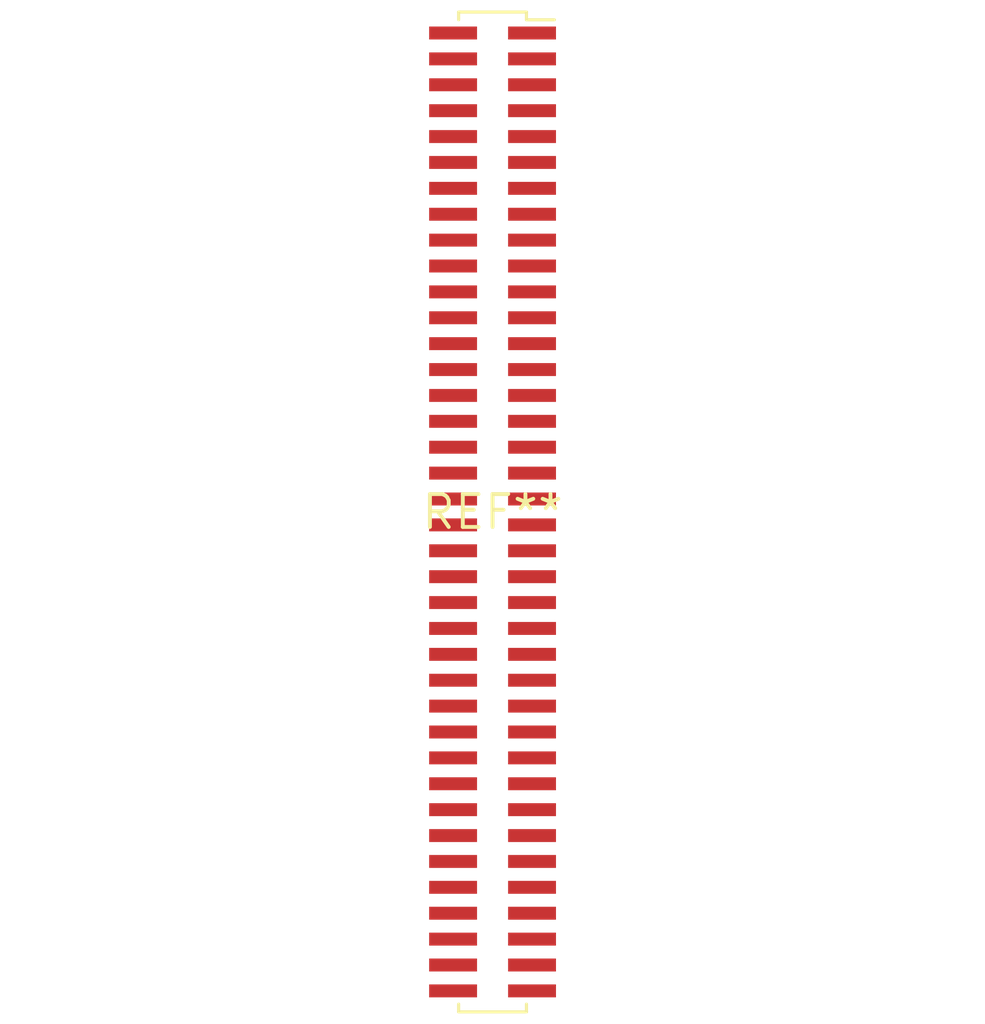
<source format=kicad_pcb>
(kicad_pcb (version 20240108) (generator pcbnew)
  (layers (0 "F.Cu" signal) (31 "B.Cu" signal) (34 "B.Paste" user) (35 "F.Paste" user) (36 "B.SilkS" user "B.Silkscreen") (37 "F.SilkS" user "F.Silkscreen") (38 "B.Mask" user) (39 "F.Mask" user) (44 "Edge.Cuts" user))
  (net 0 "")
  (footprint "PinSocket_2x38_P1.00mm_Vertical_SMD" (layer "F.Cu") (at 0 0)
    (property "Reference" "REF**")
    (property "Value" "PinSocket_2x38_P1.00mm_Vertical_SMD")
    (fp_line (start -1.31 -19.31) (end -1.31 -19.01) (layer "F.SilkS") (stroke (width 0.12)))
    (fp_line (start -1.31 -19.31) (end 1.31 -19.31) (layer "F.SilkS") (stroke (width 0.12)))
    (fp_line (start -1.31 19.01) (end -1.31 19.31) (layer "F.SilkS") (stroke (width 0.12)))
    (fp_line (start -1.31 19.31) (end 1.31 19.31) (layer "F.SilkS") (stroke (width 0.12)))
    (fp_line (start 1.31 -19.31) (end 1.31 -19.01) (layer "F.SilkS") (stroke (width 0.12)))
    (fp_line (start 1.31 -19.01) (end 2.39 -19.01) (layer "F.SilkS") (stroke (width 0.12)))
    (fp_line (start 1.31 19.01) (end 1.31 19.31) (layer "F.SilkS") (stroke (width 0.12)))
    (pad "1" smd rect (at 1.525 -18.5) (size 1.85 0.5) (layers "F.Cu" "F.Paste" "F.Mask"))
    (pad "2" smd rect (at -1.525 -18.5) (size 1.85 0.5) (layers "F.Cu" "F.Paste" "F.Mask"))
    (pad "3" smd rect (at 1.525 -17.5) (size 1.85 0.5) (layers "F.Cu" "F.Paste" "F.Mask"))
    (pad "4" smd rect (at -1.525 -17.5) (size 1.85 0.5) (layers "F.Cu" "F.Paste" "F.Mask"))
    (pad "5" smd rect (at 1.525 -16.5) (size 1.85 0.5) (layers "F.Cu" "F.Paste" "F.Mask"))
    (pad "6" smd rect (at -1.525 -16.5) (size 1.85 0.5) (layers "F.Cu" "F.Paste" "F.Mask"))
    (pad "7" smd rect (at 1.525 -15.5) (size 1.85 0.5) (layers "F.Cu" "F.Paste" "F.Mask"))
    (pad "8" smd rect (at -1.525 -15.5) (size 1.85 0.5) (layers "F.Cu" "F.Paste" "F.Mask"))
    (pad "9" smd rect (at 1.525 -14.5) (size 1.85 0.5) (layers "F.Cu" "F.Paste" "F.Mask"))
    (pad "10" smd rect (at -1.525 -14.5) (size 1.85 0.5) (layers "F.Cu" "F.Paste" "F.Mask"))
    (pad "11" smd rect (at 1.525 -13.5) (size 1.85 0.5) (layers "F.Cu" "F.Paste" "F.Mask"))
    (pad "12" smd rect (at -1.525 -13.5) (size 1.85 0.5) (layers "F.Cu" "F.Paste" "F.Mask"))
    (pad "13" smd rect (at 1.525 -12.5) (size 1.85 0.5) (layers "F.Cu" "F.Paste" "F.Mask"))
    (pad "14" smd rect (at -1.525 -12.5) (size 1.85 0.5) (layers "F.Cu" "F.Paste" "F.Mask"))
    (pad "15" smd rect (at 1.525 -11.5) (size 1.85 0.5) (layers "F.Cu" "F.Paste" "F.Mask"))
    (pad "16" smd rect (at -1.525 -11.5) (size 1.85 0.5) (layers "F.Cu" "F.Paste" "F.Mask"))
    (pad "17" smd rect (at 1.525 -10.5) (size 1.85 0.5) (layers "F.Cu" "F.Paste" "F.Mask"))
    (pad "18" smd rect (at -1.525 -10.5) (size 1.85 0.5) (layers "F.Cu" "F.Paste" "F.Mask"))
    (pad "19" smd rect (at 1.525 -9.5) (size 1.85 0.5) (layers "F.Cu" "F.Paste" "F.Mask"))
    (pad "20" smd rect (at -1.525 -9.5) (size 1.85 0.5) (layers "F.Cu" "F.Paste" "F.Mask"))
    (pad "21" smd rect (at 1.525 -8.5) (size 1.85 0.5) (layers "F.Cu" "F.Paste" "F.Mask"))
    (pad "22" smd rect (at -1.525 -8.5) (size 1.85 0.5) (layers "F.Cu" "F.Paste" "F.Mask"))
    (pad "23" smd rect (at 1.525 -7.5) (size 1.85 0.5) (layers "F.Cu" "F.Paste" "F.Mask"))
    (pad "24" smd rect (at -1.525 -7.5) (size 1.85 0.5) (layers "F.Cu" "F.Paste" "F.Mask"))
    (pad "25" smd rect (at 1.525 -6.5) (size 1.85 0.5) (layers "F.Cu" "F.Paste" "F.Mask"))
    (pad "26" smd rect (at -1.525 -6.5) (size 1.85 0.5) (layers "F.Cu" "F.Paste" "F.Mask"))
    (pad "27" smd rect (at 1.525 -5.5) (size 1.85 0.5) (layers "F.Cu" "F.Paste" "F.Mask"))
    (pad "28" smd rect (at -1.525 -5.5) (size 1.85 0.5) (layers "F.Cu" "F.Paste" "F.Mask"))
    (pad "29" smd rect (at 1.525 -4.5) (size 1.85 0.5) (layers "F.Cu" "F.Paste" "F.Mask"))
    (pad "30" smd rect (at -1.525 -4.5) (size 1.85 0.5) (layers "F.Cu" "F.Paste" "F.Mask"))
    (pad "31" smd rect (at 1.525 -3.5) (size 1.85 0.5) (layers "F.Cu" "F.Paste" "F.Mask"))
    (pad "32" smd rect (at -1.525 -3.5) (size 1.85 0.5) (layers "F.Cu" "F.Paste" "F.Mask"))
    (pad "33" smd rect (at 1.525 -2.5) (size 1.85 0.5) (layers "F.Cu" "F.Paste" "F.Mask"))
    (pad "34" smd rect (at -1.525 -2.5) (size 1.85 0.5) (layers "F.Cu" "F.Paste" "F.Mask"))
    (pad "35" smd rect (at 1.525 -1.5) (size 1.85 0.5) (layers "F.Cu" "F.Paste" "F.Mask"))
    (pad "36" smd rect (at -1.525 -1.5) (size 1.85 0.5) (layers "F.Cu" "F.Paste" "F.Mask"))
    (pad "37" smd rect (at 1.525 -0.5) (size 1.85 0.5) (layers "F.Cu" "F.Paste" "F.Mask"))
    (pad "38" smd rect (at -1.525 -0.5) (size 1.85 0.5) (layers "F.Cu" "F.Paste" "F.Mask"))
    (pad "39" smd rect (at 1.525 0.5) (size 1.85 0.5) (layers "F.Cu" "F.Paste" "F.Mask"))
    (pad "40" smd rect (at -1.525 0.5) (size 1.85 0.5) (layers "F.Cu" "F.Paste" "F.Mask"))
    (pad "41" smd rect (at 1.525 1.5) (size 1.85 0.5) (layers "F.Cu" "F.Paste" "F.Mask"))
    (pad "42" smd rect (at -1.525 1.5) (size 1.85 0.5) (layers "F.Cu" "F.Paste" "F.Mask"))
    (pad "43" smd rect (at 1.525 2.5) (size 1.85 0.5) (layers "F.Cu" "F.Paste" "F.Mask"))
    (pad "44" smd rect (at -1.525 2.5) (size 1.85 0.5) (layers "F.Cu" "F.Paste" "F.Mask"))
    (pad "45" smd rect (at 1.525 3.5) (size 1.85 0.5) (layers "F.Cu" "F.Paste" "F.Mask"))
    (pad "46" smd rect (at -1.525 3.5) (size 1.85 0.5) (layers "F.Cu" "F.Paste" "F.Mask"))
    (pad "47" smd rect (at 1.525 4.5) (size 1.85 0.5) (layers "F.Cu" "F.Paste" "F.Mask"))
    (pad "48" smd rect (at -1.525 4.5) (size 1.85 0.5) (layers "F.Cu" "F.Paste" "F.Mask"))
    (pad "49" smd rect (at 1.525 5.5) (size 1.85 0.5) (layers "F.Cu" "F.Paste" "F.Mask"))
    (pad "50" smd rect (at -1.525 5.5) (size 1.85 0.5) (layers "F.Cu" "F.Paste" "F.Mask"))
    (pad "51" smd rect (at 1.525 6.5) (size 1.85 0.5) (layers "F.Cu" "F.Paste" "F.Mask"))
    (pad "52" smd rect (at -1.525 6.5) (size 1.85 0.5) (layers "F.Cu" "F.Paste" "F.Mask"))
    (pad "53" smd rect (at 1.525 7.5) (size 1.85 0.5) (layers "F.Cu" "F.Paste" "F.Mask"))
    (pad "54" smd rect (at -1.525 7.5) (size 1.85 0.5) (layers "F.Cu" "F.Paste" "F.Mask"))
    (pad "55" smd rect (at 1.525 8.5) (size 1.85 0.5) (layers "F.Cu" "F.Paste" "F.Mask"))
    (pad "56" smd rect (at -1.525 8.5) (size 1.85 0.5) (layers "F.Cu" "F.Paste" "F.Mask"))
    (pad "57" smd rect (at 1.525 9.5) (size 1.85 0.5) (layers "F.Cu" "F.Paste" "F.Mask"))
    (pad "58" smd rect (at -1.525 9.5) (size 1.85 0.5) (layers "F.Cu" "F.Paste" "F.Mask"))
    (pad "59" smd rect (at 1.525 10.5) (size 1.85 0.5) (layers "F.Cu" "F.Paste" "F.Mask"))
    (pad "60" smd rect (at -1.525 10.5) (size 1.85 0.5) (layers "F.Cu" "F.Paste" "F.Mask"))
    (pad "61" smd rect (at 1.525 11.5) (size 1.85 0.5) (layers "F.Cu" "F.Paste" "F.Mask"))
    (pad "62" smd rect (at -1.525 11.5) (size 1.85 0.5) (layers "F.Cu" "F.Paste" "F.Mask"))
    (pad "63" smd rect (at 1.525 12.5) (size 1.85 0.5) (layers "F.Cu" "F.Paste" "F.Mask"))
    (pad "64" smd rect (at -1.525 12.5) (size 1.85 0.5) (layers "F.Cu" "F.Paste" "F.Mask"))
    (pad "65" smd rect (at 1.525 13.5) (size 1.85 0.5) (layers "F.Cu" "F.Paste" "F.Mask"))
    (pad "66" smd rect (at -1.525 13.5) (size 1.85 0.5) (layers "F.Cu" "F.Paste" "F.Mask"))
    (pad "67" smd rect (at 1.525 14.5) (size 1.85 0.5) (layers "F.Cu" "F.Paste" "F.Mask"))
    (pad "68" smd rect (at -1.525 14.5) (size 1.85 0.5) (layers "F.Cu" "F.Paste" "F.Mask"))
    (pad "69" smd rect (at 1.525 15.5) (size 1.85 0.5) (layers "F.Cu" "F.Paste" "F.Mask"))
    (pad "70" smd rect (at -1.525 15.5) (size 1.85 0.5) (layers "F.Cu" "F.Paste" "F.Mask"))
    (pad "71" smd rect (at 1.525 16.5) (size 1.85 0.5) (layers "F.Cu" "F.Paste" "F.Mask"))
    (pad "72" smd rect (at -1.525 16.5) (size 1.85 0.5) (layers "F.Cu" "F.Paste" "F.Mask"))
    (pad "73" smd rect (at 1.525 17.5) (size 1.85 0.5) (layers "F.Cu" "F.Paste" "F.Mask"))
    (pad "74" smd rect (at -1.525 17.5) (size 1.85 0.5) (layers "F.Cu" "F.Paste" "F.Mask"))
    (pad "75" smd rect (at 1.525 18.5) (size 1.85 0.5) (layers "F.Cu" "F.Paste" "F.Mask"))
    (pad "76" smd rect (at -1.525 18.5) (size 1.85 0.5) (layers "F.Cu" "F.Paste" "F.Mask"))
  )
)
</source>
